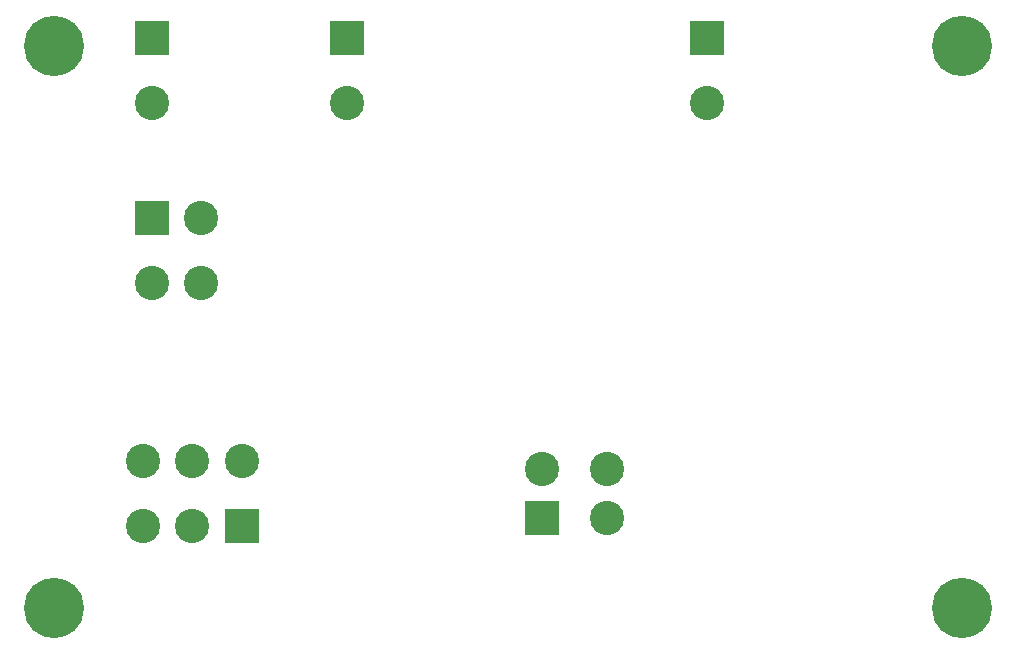
<source format=gbr>
%TF.GenerationSoftware,KiCad,Pcbnew,(5.1.6)-1*%
%TF.CreationDate,2021-01-11T16:43:41-05:00*%
%TF.ProjectId,GLV_BOBV6,474c565f-424f-4425-9636-2e6b69636164,rev?*%
%TF.SameCoordinates,Original*%
%TF.FileFunction,Soldermask,Bot*%
%TF.FilePolarity,Negative*%
%FSLAX46Y46*%
G04 Gerber Fmt 4.6, Leading zero omitted, Abs format (unit mm)*
G04 Created by KiCad (PCBNEW (5.1.6)-1) date 2021-01-11 16:43:41*
%MOMM*%
%LPD*%
G01*
G04 APERTURE LIST*
%ADD10R,2.900000X2.900000*%
%ADD11C,2.900000*%
%ADD12C,5.100000*%
G04 APERTURE END LIST*
D10*
%TO.C,J1*%
X132080000Y-21590000D03*
D11*
X132080000Y-27090000D03*
%TD*%
D10*
%TO.C,J2*%
X179070000Y-21590000D03*
D11*
X179070000Y-27090000D03*
%TD*%
%TO.C,J3*%
X148590000Y-27090000D03*
D10*
X148590000Y-21590000D03*
%TD*%
D11*
%TO.C,J4*%
X170600000Y-58030000D03*
X170600000Y-62230000D03*
X165100000Y-58030000D03*
D10*
X165100000Y-62230000D03*
%TD*%
%TO.C,J5*%
X132080000Y-36830000D03*
D11*
X136280000Y-36830000D03*
X132080000Y-42330000D03*
X136280000Y-42330000D03*
%TD*%
D10*
%TO.C,J6*%
X139700000Y-62865000D03*
D11*
X135500000Y-62865000D03*
X131300000Y-62865000D03*
X139700000Y-57365000D03*
X135500000Y-57365000D03*
X131300000Y-57365000D03*
%TD*%
D12*
%TO.C,H1*%
X123825000Y-22225000D03*
%TD*%
%TO.C,H2*%
X123825000Y-69850000D03*
%TD*%
%TO.C,H3*%
X200660000Y-22225000D03*
%TD*%
%TO.C,H4*%
X200660000Y-69850000D03*
%TD*%
M02*

</source>
